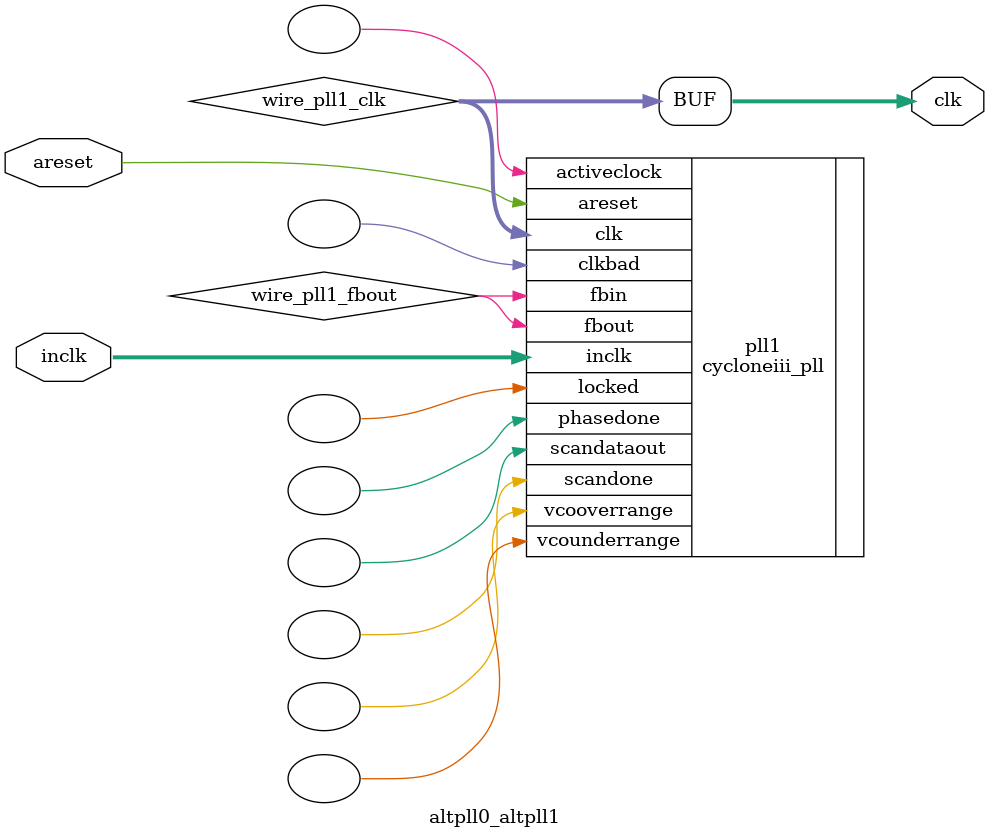
<source format=v>






//synthesis_resources = cycloneiii_pll 1 
//synopsys translate_off
`timescale 1 ps / 1 ps
//synopsys translate_on
module  altpll0_altpll1
	( 
	areset,
	clk,
	inclk) /* synthesis synthesis_clearbox=1 */;
	input   areset;
	output   [4:0]  clk;
	input   [1:0]  inclk;
`ifndef ALTERA_RESERVED_QIS
// synopsys translate_off
`endif
	tri0   areset;
	tri0   [1:0]  inclk;
`ifndef ALTERA_RESERVED_QIS
// synopsys translate_on
`endif

	wire  [4:0]   wire_pll1_clk;
	wire  wire_pll1_fbout;

	cycloneiii_pll   pll1
	( 
	.activeclock(),
	.areset(areset),
	.clk(wire_pll1_clk),
	.clkbad(),
	.fbin(wire_pll1_fbout),
	.fbout(wire_pll1_fbout),
	.inclk(inclk),
	.locked(),
	.phasedone(),
	.scandataout(),
	.scandone(),
	.vcooverrange(),
	.vcounderrange()
	`ifndef FORMAL_VERIFICATION
	// synopsys translate_off
	`endif
	,
	.clkswitch(1'b0),
	.configupdate(1'b0),
	.pfdena(1'b1),
	.phasecounterselect({3{1'b0}}),
	.phasestep(1'b0),
	.phaseupdown(1'b0),
	.scanclk(1'b0),
	.scanclkena(1'b1),
	.scandata(1'b0)
	`ifndef FORMAL_VERIFICATION
	// synopsys translate_on
	`endif
	);
	defparam
		pll1.bandwidth_type = "auto",
		pll1.clk0_divide_by = 1,
		pll1.clk0_duty_cycle = 50,
		pll1.clk0_multiply_by = 1,
		pll1.clk0_phase_shift = "0",
		pll1.clk1_divide_by = 1,
		pll1.clk1_duty_cycle = 50,
		pll1.clk1_multiply_by = 1,
		pll1.clk1_phase_shift = "-139",
		pll1.clk2_divide_by = 10,
		pll1.clk2_duty_cycle = 50,
		pll1.clk2_multiply_by = 1,
		pll1.clk2_phase_shift = "0",
		pll1.clk3_divide_by = 1,
		pll1.clk3_duty_cycle = 50,
		pll1.clk3_multiply_by = 1,
		pll1.clk3_phase_shift = "0",
		pll1.compensate_clock = "clk0",
		pll1.inclk0_input_frequency = 20000,
		pll1.operation_mode = "normal",
		pll1.pll_type = "auto",
		pll1.lpm_type = "cycloneiii_pll";
	assign
		clk = {wire_pll1_clk[4:0]};
endmodule //altpll0_altpll1
//VALID FILE

</source>
